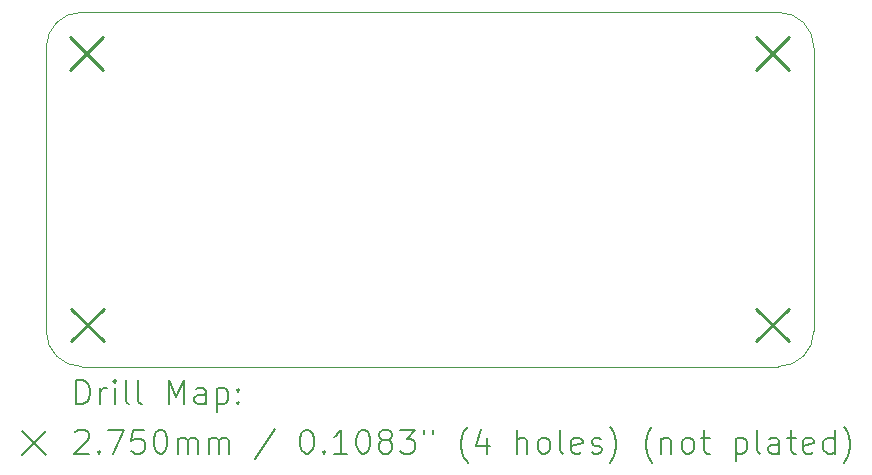
<source format=gbr>
%TF.GenerationSoftware,KiCad,Pcbnew,7.0.9*%
%TF.CreationDate,2023-11-18T01:38:32+02:00*%
%TF.ProjectId,MicroBars,4d696372-6f42-4617-9273-2e6b69636164,rev?*%
%TF.SameCoordinates,Original*%
%TF.FileFunction,Drillmap*%
%TF.FilePolarity,Positive*%
%FSLAX45Y45*%
G04 Gerber Fmt 4.5, Leading zero omitted, Abs format (unit mm)*
G04 Created by KiCad (PCBNEW 7.0.9) date 2023-11-18 01:38:32*
%MOMM*%
%LPD*%
G01*
G04 APERTURE LIST*
%ADD10C,0.100000*%
%ADD11C,0.200000*%
%ADD12C,0.275000*%
G04 APERTURE END LIST*
D10*
X16550000Y-11190000D02*
G75*
G03*
X16250000Y-10890000I-300000J0D01*
G01*
X16250000Y-10890000D02*
X10350000Y-10890000D01*
X16250000Y-13890000D02*
G75*
G03*
X16550000Y-13590000I0J300000D01*
G01*
X16550000Y-13590000D02*
X16550000Y-11190000D01*
X10350000Y-10890000D02*
G75*
G03*
X10050000Y-11190000I0J-300000D01*
G01*
X10350000Y-13890000D02*
X16250000Y-13890000D01*
X10050000Y-13590000D02*
G75*
G03*
X10350000Y-13890000I300000J0D01*
G01*
X10050000Y-11190000D02*
X10050000Y-13590000D01*
D11*
D12*
X10252500Y-11102500D02*
X10527500Y-11377500D01*
X10527500Y-11102500D02*
X10252500Y-11377500D01*
X10262500Y-13402500D02*
X10537500Y-13677500D01*
X10537500Y-13402500D02*
X10262500Y-13677500D01*
X16062500Y-11102500D02*
X16337500Y-11377500D01*
X16337500Y-11102500D02*
X16062500Y-11377500D01*
X16062500Y-13402500D02*
X16337500Y-13677500D01*
X16337500Y-13402500D02*
X16062500Y-13677500D01*
D11*
X10305777Y-14206484D02*
X10305777Y-14006484D01*
X10305777Y-14006484D02*
X10353396Y-14006484D01*
X10353396Y-14006484D02*
X10381967Y-14016008D01*
X10381967Y-14016008D02*
X10401015Y-14035055D01*
X10401015Y-14035055D02*
X10410539Y-14054103D01*
X10410539Y-14054103D02*
X10420063Y-14092198D01*
X10420063Y-14092198D02*
X10420063Y-14120769D01*
X10420063Y-14120769D02*
X10410539Y-14158865D01*
X10410539Y-14158865D02*
X10401015Y-14177912D01*
X10401015Y-14177912D02*
X10381967Y-14196960D01*
X10381967Y-14196960D02*
X10353396Y-14206484D01*
X10353396Y-14206484D02*
X10305777Y-14206484D01*
X10505777Y-14206484D02*
X10505777Y-14073150D01*
X10505777Y-14111246D02*
X10515301Y-14092198D01*
X10515301Y-14092198D02*
X10524824Y-14082674D01*
X10524824Y-14082674D02*
X10543872Y-14073150D01*
X10543872Y-14073150D02*
X10562920Y-14073150D01*
X10629586Y-14206484D02*
X10629586Y-14073150D01*
X10629586Y-14006484D02*
X10620063Y-14016008D01*
X10620063Y-14016008D02*
X10629586Y-14025531D01*
X10629586Y-14025531D02*
X10639110Y-14016008D01*
X10639110Y-14016008D02*
X10629586Y-14006484D01*
X10629586Y-14006484D02*
X10629586Y-14025531D01*
X10753396Y-14206484D02*
X10734348Y-14196960D01*
X10734348Y-14196960D02*
X10724824Y-14177912D01*
X10724824Y-14177912D02*
X10724824Y-14006484D01*
X10858158Y-14206484D02*
X10839110Y-14196960D01*
X10839110Y-14196960D02*
X10829586Y-14177912D01*
X10829586Y-14177912D02*
X10829586Y-14006484D01*
X11086729Y-14206484D02*
X11086729Y-14006484D01*
X11086729Y-14006484D02*
X11153396Y-14149341D01*
X11153396Y-14149341D02*
X11220062Y-14006484D01*
X11220062Y-14006484D02*
X11220062Y-14206484D01*
X11401015Y-14206484D02*
X11401015Y-14101722D01*
X11401015Y-14101722D02*
X11391491Y-14082674D01*
X11391491Y-14082674D02*
X11372443Y-14073150D01*
X11372443Y-14073150D02*
X11334348Y-14073150D01*
X11334348Y-14073150D02*
X11315301Y-14082674D01*
X11401015Y-14196960D02*
X11381967Y-14206484D01*
X11381967Y-14206484D02*
X11334348Y-14206484D01*
X11334348Y-14206484D02*
X11315301Y-14196960D01*
X11315301Y-14196960D02*
X11305777Y-14177912D01*
X11305777Y-14177912D02*
X11305777Y-14158865D01*
X11305777Y-14158865D02*
X11315301Y-14139817D01*
X11315301Y-14139817D02*
X11334348Y-14130293D01*
X11334348Y-14130293D02*
X11381967Y-14130293D01*
X11381967Y-14130293D02*
X11401015Y-14120769D01*
X11496253Y-14073150D02*
X11496253Y-14273150D01*
X11496253Y-14082674D02*
X11515301Y-14073150D01*
X11515301Y-14073150D02*
X11553396Y-14073150D01*
X11553396Y-14073150D02*
X11572443Y-14082674D01*
X11572443Y-14082674D02*
X11581967Y-14092198D01*
X11581967Y-14092198D02*
X11591491Y-14111246D01*
X11591491Y-14111246D02*
X11591491Y-14168388D01*
X11591491Y-14168388D02*
X11581967Y-14187436D01*
X11581967Y-14187436D02*
X11572443Y-14196960D01*
X11572443Y-14196960D02*
X11553396Y-14206484D01*
X11553396Y-14206484D02*
X11515301Y-14206484D01*
X11515301Y-14206484D02*
X11496253Y-14196960D01*
X11677205Y-14187436D02*
X11686729Y-14196960D01*
X11686729Y-14196960D02*
X11677205Y-14206484D01*
X11677205Y-14206484D02*
X11667682Y-14196960D01*
X11667682Y-14196960D02*
X11677205Y-14187436D01*
X11677205Y-14187436D02*
X11677205Y-14206484D01*
X11677205Y-14082674D02*
X11686729Y-14092198D01*
X11686729Y-14092198D02*
X11677205Y-14101722D01*
X11677205Y-14101722D02*
X11667682Y-14092198D01*
X11667682Y-14092198D02*
X11677205Y-14082674D01*
X11677205Y-14082674D02*
X11677205Y-14101722D01*
X9845000Y-14435000D02*
X10045000Y-14635000D01*
X10045000Y-14435000D02*
X9845000Y-14635000D01*
X10296253Y-14445531D02*
X10305777Y-14436008D01*
X10305777Y-14436008D02*
X10324824Y-14426484D01*
X10324824Y-14426484D02*
X10372444Y-14426484D01*
X10372444Y-14426484D02*
X10391491Y-14436008D01*
X10391491Y-14436008D02*
X10401015Y-14445531D01*
X10401015Y-14445531D02*
X10410539Y-14464579D01*
X10410539Y-14464579D02*
X10410539Y-14483627D01*
X10410539Y-14483627D02*
X10401015Y-14512198D01*
X10401015Y-14512198D02*
X10286729Y-14626484D01*
X10286729Y-14626484D02*
X10410539Y-14626484D01*
X10496253Y-14607436D02*
X10505777Y-14616960D01*
X10505777Y-14616960D02*
X10496253Y-14626484D01*
X10496253Y-14626484D02*
X10486729Y-14616960D01*
X10486729Y-14616960D02*
X10496253Y-14607436D01*
X10496253Y-14607436D02*
X10496253Y-14626484D01*
X10572444Y-14426484D02*
X10705777Y-14426484D01*
X10705777Y-14426484D02*
X10620063Y-14626484D01*
X10877205Y-14426484D02*
X10781967Y-14426484D01*
X10781967Y-14426484D02*
X10772444Y-14521722D01*
X10772444Y-14521722D02*
X10781967Y-14512198D01*
X10781967Y-14512198D02*
X10801015Y-14502674D01*
X10801015Y-14502674D02*
X10848634Y-14502674D01*
X10848634Y-14502674D02*
X10867682Y-14512198D01*
X10867682Y-14512198D02*
X10877205Y-14521722D01*
X10877205Y-14521722D02*
X10886729Y-14540769D01*
X10886729Y-14540769D02*
X10886729Y-14588388D01*
X10886729Y-14588388D02*
X10877205Y-14607436D01*
X10877205Y-14607436D02*
X10867682Y-14616960D01*
X10867682Y-14616960D02*
X10848634Y-14626484D01*
X10848634Y-14626484D02*
X10801015Y-14626484D01*
X10801015Y-14626484D02*
X10781967Y-14616960D01*
X10781967Y-14616960D02*
X10772444Y-14607436D01*
X11010539Y-14426484D02*
X11029586Y-14426484D01*
X11029586Y-14426484D02*
X11048634Y-14436008D01*
X11048634Y-14436008D02*
X11058158Y-14445531D01*
X11058158Y-14445531D02*
X11067682Y-14464579D01*
X11067682Y-14464579D02*
X11077205Y-14502674D01*
X11077205Y-14502674D02*
X11077205Y-14550293D01*
X11077205Y-14550293D02*
X11067682Y-14588388D01*
X11067682Y-14588388D02*
X11058158Y-14607436D01*
X11058158Y-14607436D02*
X11048634Y-14616960D01*
X11048634Y-14616960D02*
X11029586Y-14626484D01*
X11029586Y-14626484D02*
X11010539Y-14626484D01*
X11010539Y-14626484D02*
X10991491Y-14616960D01*
X10991491Y-14616960D02*
X10981967Y-14607436D01*
X10981967Y-14607436D02*
X10972444Y-14588388D01*
X10972444Y-14588388D02*
X10962920Y-14550293D01*
X10962920Y-14550293D02*
X10962920Y-14502674D01*
X10962920Y-14502674D02*
X10972444Y-14464579D01*
X10972444Y-14464579D02*
X10981967Y-14445531D01*
X10981967Y-14445531D02*
X10991491Y-14436008D01*
X10991491Y-14436008D02*
X11010539Y-14426484D01*
X11162920Y-14626484D02*
X11162920Y-14493150D01*
X11162920Y-14512198D02*
X11172444Y-14502674D01*
X11172444Y-14502674D02*
X11191491Y-14493150D01*
X11191491Y-14493150D02*
X11220063Y-14493150D01*
X11220063Y-14493150D02*
X11239110Y-14502674D01*
X11239110Y-14502674D02*
X11248634Y-14521722D01*
X11248634Y-14521722D02*
X11248634Y-14626484D01*
X11248634Y-14521722D02*
X11258158Y-14502674D01*
X11258158Y-14502674D02*
X11277205Y-14493150D01*
X11277205Y-14493150D02*
X11305777Y-14493150D01*
X11305777Y-14493150D02*
X11324824Y-14502674D01*
X11324824Y-14502674D02*
X11334348Y-14521722D01*
X11334348Y-14521722D02*
X11334348Y-14626484D01*
X11429586Y-14626484D02*
X11429586Y-14493150D01*
X11429586Y-14512198D02*
X11439110Y-14502674D01*
X11439110Y-14502674D02*
X11458158Y-14493150D01*
X11458158Y-14493150D02*
X11486729Y-14493150D01*
X11486729Y-14493150D02*
X11505777Y-14502674D01*
X11505777Y-14502674D02*
X11515301Y-14521722D01*
X11515301Y-14521722D02*
X11515301Y-14626484D01*
X11515301Y-14521722D02*
X11524824Y-14502674D01*
X11524824Y-14502674D02*
X11543872Y-14493150D01*
X11543872Y-14493150D02*
X11572443Y-14493150D01*
X11572443Y-14493150D02*
X11591491Y-14502674D01*
X11591491Y-14502674D02*
X11601015Y-14521722D01*
X11601015Y-14521722D02*
X11601015Y-14626484D01*
X11991491Y-14416960D02*
X11820063Y-14674103D01*
X12248634Y-14426484D02*
X12267682Y-14426484D01*
X12267682Y-14426484D02*
X12286729Y-14436008D01*
X12286729Y-14436008D02*
X12296253Y-14445531D01*
X12296253Y-14445531D02*
X12305777Y-14464579D01*
X12305777Y-14464579D02*
X12315301Y-14502674D01*
X12315301Y-14502674D02*
X12315301Y-14550293D01*
X12315301Y-14550293D02*
X12305777Y-14588388D01*
X12305777Y-14588388D02*
X12296253Y-14607436D01*
X12296253Y-14607436D02*
X12286729Y-14616960D01*
X12286729Y-14616960D02*
X12267682Y-14626484D01*
X12267682Y-14626484D02*
X12248634Y-14626484D01*
X12248634Y-14626484D02*
X12229586Y-14616960D01*
X12229586Y-14616960D02*
X12220063Y-14607436D01*
X12220063Y-14607436D02*
X12210539Y-14588388D01*
X12210539Y-14588388D02*
X12201015Y-14550293D01*
X12201015Y-14550293D02*
X12201015Y-14502674D01*
X12201015Y-14502674D02*
X12210539Y-14464579D01*
X12210539Y-14464579D02*
X12220063Y-14445531D01*
X12220063Y-14445531D02*
X12229586Y-14436008D01*
X12229586Y-14436008D02*
X12248634Y-14426484D01*
X12401015Y-14607436D02*
X12410539Y-14616960D01*
X12410539Y-14616960D02*
X12401015Y-14626484D01*
X12401015Y-14626484D02*
X12391491Y-14616960D01*
X12391491Y-14616960D02*
X12401015Y-14607436D01*
X12401015Y-14607436D02*
X12401015Y-14626484D01*
X12601015Y-14626484D02*
X12486729Y-14626484D01*
X12543872Y-14626484D02*
X12543872Y-14426484D01*
X12543872Y-14426484D02*
X12524825Y-14455055D01*
X12524825Y-14455055D02*
X12505777Y-14474103D01*
X12505777Y-14474103D02*
X12486729Y-14483627D01*
X12724825Y-14426484D02*
X12743872Y-14426484D01*
X12743872Y-14426484D02*
X12762920Y-14436008D01*
X12762920Y-14436008D02*
X12772444Y-14445531D01*
X12772444Y-14445531D02*
X12781967Y-14464579D01*
X12781967Y-14464579D02*
X12791491Y-14502674D01*
X12791491Y-14502674D02*
X12791491Y-14550293D01*
X12791491Y-14550293D02*
X12781967Y-14588388D01*
X12781967Y-14588388D02*
X12772444Y-14607436D01*
X12772444Y-14607436D02*
X12762920Y-14616960D01*
X12762920Y-14616960D02*
X12743872Y-14626484D01*
X12743872Y-14626484D02*
X12724825Y-14626484D01*
X12724825Y-14626484D02*
X12705777Y-14616960D01*
X12705777Y-14616960D02*
X12696253Y-14607436D01*
X12696253Y-14607436D02*
X12686729Y-14588388D01*
X12686729Y-14588388D02*
X12677206Y-14550293D01*
X12677206Y-14550293D02*
X12677206Y-14502674D01*
X12677206Y-14502674D02*
X12686729Y-14464579D01*
X12686729Y-14464579D02*
X12696253Y-14445531D01*
X12696253Y-14445531D02*
X12705777Y-14436008D01*
X12705777Y-14436008D02*
X12724825Y-14426484D01*
X12905777Y-14512198D02*
X12886729Y-14502674D01*
X12886729Y-14502674D02*
X12877206Y-14493150D01*
X12877206Y-14493150D02*
X12867682Y-14474103D01*
X12867682Y-14474103D02*
X12867682Y-14464579D01*
X12867682Y-14464579D02*
X12877206Y-14445531D01*
X12877206Y-14445531D02*
X12886729Y-14436008D01*
X12886729Y-14436008D02*
X12905777Y-14426484D01*
X12905777Y-14426484D02*
X12943872Y-14426484D01*
X12943872Y-14426484D02*
X12962920Y-14436008D01*
X12962920Y-14436008D02*
X12972444Y-14445531D01*
X12972444Y-14445531D02*
X12981967Y-14464579D01*
X12981967Y-14464579D02*
X12981967Y-14474103D01*
X12981967Y-14474103D02*
X12972444Y-14493150D01*
X12972444Y-14493150D02*
X12962920Y-14502674D01*
X12962920Y-14502674D02*
X12943872Y-14512198D01*
X12943872Y-14512198D02*
X12905777Y-14512198D01*
X12905777Y-14512198D02*
X12886729Y-14521722D01*
X12886729Y-14521722D02*
X12877206Y-14531246D01*
X12877206Y-14531246D02*
X12867682Y-14550293D01*
X12867682Y-14550293D02*
X12867682Y-14588388D01*
X12867682Y-14588388D02*
X12877206Y-14607436D01*
X12877206Y-14607436D02*
X12886729Y-14616960D01*
X12886729Y-14616960D02*
X12905777Y-14626484D01*
X12905777Y-14626484D02*
X12943872Y-14626484D01*
X12943872Y-14626484D02*
X12962920Y-14616960D01*
X12962920Y-14616960D02*
X12972444Y-14607436D01*
X12972444Y-14607436D02*
X12981967Y-14588388D01*
X12981967Y-14588388D02*
X12981967Y-14550293D01*
X12981967Y-14550293D02*
X12972444Y-14531246D01*
X12972444Y-14531246D02*
X12962920Y-14521722D01*
X12962920Y-14521722D02*
X12943872Y-14512198D01*
X13048634Y-14426484D02*
X13172444Y-14426484D01*
X13172444Y-14426484D02*
X13105777Y-14502674D01*
X13105777Y-14502674D02*
X13134348Y-14502674D01*
X13134348Y-14502674D02*
X13153396Y-14512198D01*
X13153396Y-14512198D02*
X13162920Y-14521722D01*
X13162920Y-14521722D02*
X13172444Y-14540769D01*
X13172444Y-14540769D02*
X13172444Y-14588388D01*
X13172444Y-14588388D02*
X13162920Y-14607436D01*
X13162920Y-14607436D02*
X13153396Y-14616960D01*
X13153396Y-14616960D02*
X13134348Y-14626484D01*
X13134348Y-14626484D02*
X13077206Y-14626484D01*
X13077206Y-14626484D02*
X13058158Y-14616960D01*
X13058158Y-14616960D02*
X13048634Y-14607436D01*
X13248634Y-14426484D02*
X13248634Y-14464579D01*
X13324825Y-14426484D02*
X13324825Y-14464579D01*
X13620063Y-14702674D02*
X13610539Y-14693150D01*
X13610539Y-14693150D02*
X13591491Y-14664579D01*
X13591491Y-14664579D02*
X13581968Y-14645531D01*
X13581968Y-14645531D02*
X13572444Y-14616960D01*
X13572444Y-14616960D02*
X13562920Y-14569341D01*
X13562920Y-14569341D02*
X13562920Y-14531246D01*
X13562920Y-14531246D02*
X13572444Y-14483627D01*
X13572444Y-14483627D02*
X13581968Y-14455055D01*
X13581968Y-14455055D02*
X13591491Y-14436008D01*
X13591491Y-14436008D02*
X13610539Y-14407436D01*
X13610539Y-14407436D02*
X13620063Y-14397912D01*
X13781968Y-14493150D02*
X13781968Y-14626484D01*
X13734348Y-14416960D02*
X13686729Y-14559817D01*
X13686729Y-14559817D02*
X13810539Y-14559817D01*
X14039110Y-14626484D02*
X14039110Y-14426484D01*
X14124825Y-14626484D02*
X14124825Y-14521722D01*
X14124825Y-14521722D02*
X14115301Y-14502674D01*
X14115301Y-14502674D02*
X14096253Y-14493150D01*
X14096253Y-14493150D02*
X14067682Y-14493150D01*
X14067682Y-14493150D02*
X14048634Y-14502674D01*
X14048634Y-14502674D02*
X14039110Y-14512198D01*
X14248634Y-14626484D02*
X14229587Y-14616960D01*
X14229587Y-14616960D02*
X14220063Y-14607436D01*
X14220063Y-14607436D02*
X14210539Y-14588388D01*
X14210539Y-14588388D02*
X14210539Y-14531246D01*
X14210539Y-14531246D02*
X14220063Y-14512198D01*
X14220063Y-14512198D02*
X14229587Y-14502674D01*
X14229587Y-14502674D02*
X14248634Y-14493150D01*
X14248634Y-14493150D02*
X14277206Y-14493150D01*
X14277206Y-14493150D02*
X14296253Y-14502674D01*
X14296253Y-14502674D02*
X14305777Y-14512198D01*
X14305777Y-14512198D02*
X14315301Y-14531246D01*
X14315301Y-14531246D02*
X14315301Y-14588388D01*
X14315301Y-14588388D02*
X14305777Y-14607436D01*
X14305777Y-14607436D02*
X14296253Y-14616960D01*
X14296253Y-14616960D02*
X14277206Y-14626484D01*
X14277206Y-14626484D02*
X14248634Y-14626484D01*
X14429587Y-14626484D02*
X14410539Y-14616960D01*
X14410539Y-14616960D02*
X14401015Y-14597912D01*
X14401015Y-14597912D02*
X14401015Y-14426484D01*
X14581968Y-14616960D02*
X14562920Y-14626484D01*
X14562920Y-14626484D02*
X14524825Y-14626484D01*
X14524825Y-14626484D02*
X14505777Y-14616960D01*
X14505777Y-14616960D02*
X14496253Y-14597912D01*
X14496253Y-14597912D02*
X14496253Y-14521722D01*
X14496253Y-14521722D02*
X14505777Y-14502674D01*
X14505777Y-14502674D02*
X14524825Y-14493150D01*
X14524825Y-14493150D02*
X14562920Y-14493150D01*
X14562920Y-14493150D02*
X14581968Y-14502674D01*
X14581968Y-14502674D02*
X14591491Y-14521722D01*
X14591491Y-14521722D02*
X14591491Y-14540769D01*
X14591491Y-14540769D02*
X14496253Y-14559817D01*
X14667682Y-14616960D02*
X14686730Y-14626484D01*
X14686730Y-14626484D02*
X14724825Y-14626484D01*
X14724825Y-14626484D02*
X14743872Y-14616960D01*
X14743872Y-14616960D02*
X14753396Y-14597912D01*
X14753396Y-14597912D02*
X14753396Y-14588388D01*
X14753396Y-14588388D02*
X14743872Y-14569341D01*
X14743872Y-14569341D02*
X14724825Y-14559817D01*
X14724825Y-14559817D02*
X14696253Y-14559817D01*
X14696253Y-14559817D02*
X14677206Y-14550293D01*
X14677206Y-14550293D02*
X14667682Y-14531246D01*
X14667682Y-14531246D02*
X14667682Y-14521722D01*
X14667682Y-14521722D02*
X14677206Y-14502674D01*
X14677206Y-14502674D02*
X14696253Y-14493150D01*
X14696253Y-14493150D02*
X14724825Y-14493150D01*
X14724825Y-14493150D02*
X14743872Y-14502674D01*
X14820063Y-14702674D02*
X14829587Y-14693150D01*
X14829587Y-14693150D02*
X14848634Y-14664579D01*
X14848634Y-14664579D02*
X14858158Y-14645531D01*
X14858158Y-14645531D02*
X14867682Y-14616960D01*
X14867682Y-14616960D02*
X14877206Y-14569341D01*
X14877206Y-14569341D02*
X14877206Y-14531246D01*
X14877206Y-14531246D02*
X14867682Y-14483627D01*
X14867682Y-14483627D02*
X14858158Y-14455055D01*
X14858158Y-14455055D02*
X14848634Y-14436008D01*
X14848634Y-14436008D02*
X14829587Y-14407436D01*
X14829587Y-14407436D02*
X14820063Y-14397912D01*
X15181968Y-14702674D02*
X15172444Y-14693150D01*
X15172444Y-14693150D02*
X15153396Y-14664579D01*
X15153396Y-14664579D02*
X15143872Y-14645531D01*
X15143872Y-14645531D02*
X15134349Y-14616960D01*
X15134349Y-14616960D02*
X15124825Y-14569341D01*
X15124825Y-14569341D02*
X15124825Y-14531246D01*
X15124825Y-14531246D02*
X15134349Y-14483627D01*
X15134349Y-14483627D02*
X15143872Y-14455055D01*
X15143872Y-14455055D02*
X15153396Y-14436008D01*
X15153396Y-14436008D02*
X15172444Y-14407436D01*
X15172444Y-14407436D02*
X15181968Y-14397912D01*
X15258158Y-14493150D02*
X15258158Y-14626484D01*
X15258158Y-14512198D02*
X15267682Y-14502674D01*
X15267682Y-14502674D02*
X15286730Y-14493150D01*
X15286730Y-14493150D02*
X15315301Y-14493150D01*
X15315301Y-14493150D02*
X15334349Y-14502674D01*
X15334349Y-14502674D02*
X15343872Y-14521722D01*
X15343872Y-14521722D02*
X15343872Y-14626484D01*
X15467682Y-14626484D02*
X15448634Y-14616960D01*
X15448634Y-14616960D02*
X15439111Y-14607436D01*
X15439111Y-14607436D02*
X15429587Y-14588388D01*
X15429587Y-14588388D02*
X15429587Y-14531246D01*
X15429587Y-14531246D02*
X15439111Y-14512198D01*
X15439111Y-14512198D02*
X15448634Y-14502674D01*
X15448634Y-14502674D02*
X15467682Y-14493150D01*
X15467682Y-14493150D02*
X15496253Y-14493150D01*
X15496253Y-14493150D02*
X15515301Y-14502674D01*
X15515301Y-14502674D02*
X15524825Y-14512198D01*
X15524825Y-14512198D02*
X15534349Y-14531246D01*
X15534349Y-14531246D02*
X15534349Y-14588388D01*
X15534349Y-14588388D02*
X15524825Y-14607436D01*
X15524825Y-14607436D02*
X15515301Y-14616960D01*
X15515301Y-14616960D02*
X15496253Y-14626484D01*
X15496253Y-14626484D02*
X15467682Y-14626484D01*
X15591492Y-14493150D02*
X15667682Y-14493150D01*
X15620063Y-14426484D02*
X15620063Y-14597912D01*
X15620063Y-14597912D02*
X15629587Y-14616960D01*
X15629587Y-14616960D02*
X15648634Y-14626484D01*
X15648634Y-14626484D02*
X15667682Y-14626484D01*
X15886730Y-14493150D02*
X15886730Y-14693150D01*
X15886730Y-14502674D02*
X15905777Y-14493150D01*
X15905777Y-14493150D02*
X15943873Y-14493150D01*
X15943873Y-14493150D02*
X15962920Y-14502674D01*
X15962920Y-14502674D02*
X15972444Y-14512198D01*
X15972444Y-14512198D02*
X15981968Y-14531246D01*
X15981968Y-14531246D02*
X15981968Y-14588388D01*
X15981968Y-14588388D02*
X15972444Y-14607436D01*
X15972444Y-14607436D02*
X15962920Y-14616960D01*
X15962920Y-14616960D02*
X15943873Y-14626484D01*
X15943873Y-14626484D02*
X15905777Y-14626484D01*
X15905777Y-14626484D02*
X15886730Y-14616960D01*
X16096253Y-14626484D02*
X16077206Y-14616960D01*
X16077206Y-14616960D02*
X16067682Y-14597912D01*
X16067682Y-14597912D02*
X16067682Y-14426484D01*
X16258158Y-14626484D02*
X16258158Y-14521722D01*
X16258158Y-14521722D02*
X16248634Y-14502674D01*
X16248634Y-14502674D02*
X16229587Y-14493150D01*
X16229587Y-14493150D02*
X16191492Y-14493150D01*
X16191492Y-14493150D02*
X16172444Y-14502674D01*
X16258158Y-14616960D02*
X16239111Y-14626484D01*
X16239111Y-14626484D02*
X16191492Y-14626484D01*
X16191492Y-14626484D02*
X16172444Y-14616960D01*
X16172444Y-14616960D02*
X16162920Y-14597912D01*
X16162920Y-14597912D02*
X16162920Y-14578865D01*
X16162920Y-14578865D02*
X16172444Y-14559817D01*
X16172444Y-14559817D02*
X16191492Y-14550293D01*
X16191492Y-14550293D02*
X16239111Y-14550293D01*
X16239111Y-14550293D02*
X16258158Y-14540769D01*
X16324825Y-14493150D02*
X16401015Y-14493150D01*
X16353396Y-14426484D02*
X16353396Y-14597912D01*
X16353396Y-14597912D02*
X16362920Y-14616960D01*
X16362920Y-14616960D02*
X16381968Y-14626484D01*
X16381968Y-14626484D02*
X16401015Y-14626484D01*
X16543873Y-14616960D02*
X16524825Y-14626484D01*
X16524825Y-14626484D02*
X16486730Y-14626484D01*
X16486730Y-14626484D02*
X16467682Y-14616960D01*
X16467682Y-14616960D02*
X16458158Y-14597912D01*
X16458158Y-14597912D02*
X16458158Y-14521722D01*
X16458158Y-14521722D02*
X16467682Y-14502674D01*
X16467682Y-14502674D02*
X16486730Y-14493150D01*
X16486730Y-14493150D02*
X16524825Y-14493150D01*
X16524825Y-14493150D02*
X16543873Y-14502674D01*
X16543873Y-14502674D02*
X16553396Y-14521722D01*
X16553396Y-14521722D02*
X16553396Y-14540769D01*
X16553396Y-14540769D02*
X16458158Y-14559817D01*
X16724825Y-14626484D02*
X16724825Y-14426484D01*
X16724825Y-14616960D02*
X16705777Y-14626484D01*
X16705777Y-14626484D02*
X16667682Y-14626484D01*
X16667682Y-14626484D02*
X16648634Y-14616960D01*
X16648634Y-14616960D02*
X16639111Y-14607436D01*
X16639111Y-14607436D02*
X16629587Y-14588388D01*
X16629587Y-14588388D02*
X16629587Y-14531246D01*
X16629587Y-14531246D02*
X16639111Y-14512198D01*
X16639111Y-14512198D02*
X16648634Y-14502674D01*
X16648634Y-14502674D02*
X16667682Y-14493150D01*
X16667682Y-14493150D02*
X16705777Y-14493150D01*
X16705777Y-14493150D02*
X16724825Y-14502674D01*
X16801016Y-14702674D02*
X16810539Y-14693150D01*
X16810539Y-14693150D02*
X16829587Y-14664579D01*
X16829587Y-14664579D02*
X16839111Y-14645531D01*
X16839111Y-14645531D02*
X16848635Y-14616960D01*
X16848635Y-14616960D02*
X16858158Y-14569341D01*
X16858158Y-14569341D02*
X16858158Y-14531246D01*
X16858158Y-14531246D02*
X16848635Y-14483627D01*
X16848635Y-14483627D02*
X16839111Y-14455055D01*
X16839111Y-14455055D02*
X16829587Y-14436008D01*
X16829587Y-14436008D02*
X16810539Y-14407436D01*
X16810539Y-14407436D02*
X16801016Y-14397912D01*
M02*

</source>
